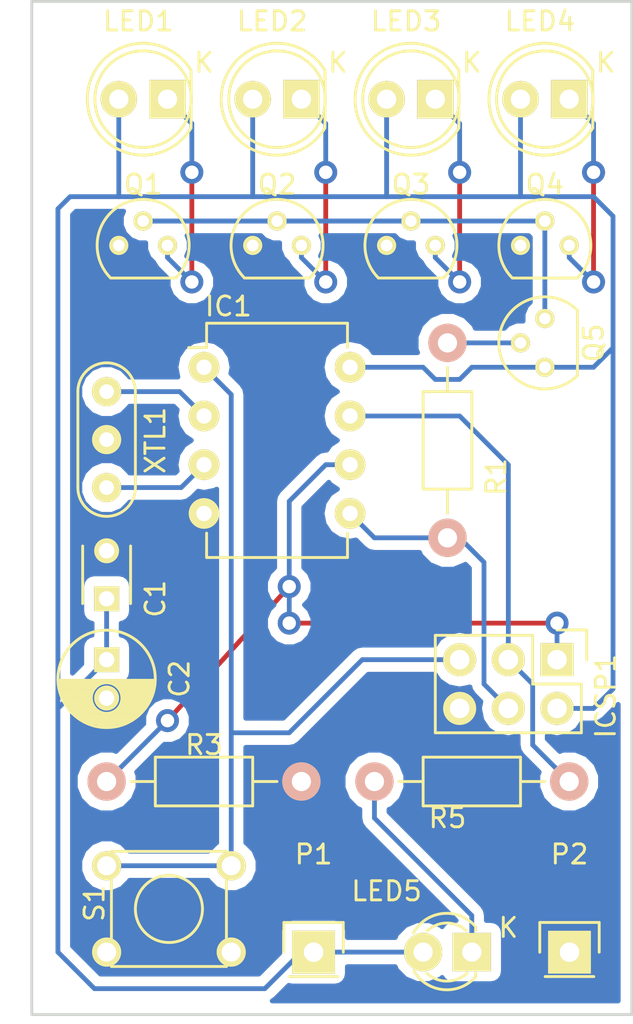
<source format=kicad_pcb>
(kicad_pcb (version 4) (host pcbnew 4.0.2-stable)

  (general
    (links 43)
    (no_connects 0)
    (area 150.324999 69.124999 181.775001 122.075001)
    (thickness 1.6)
    (drawings 11)
    (tracks 102)
    (zones 0)
    (modules 21)
    (nets 16)
  )

  (page A4)
  (layers
    (0 F.Cu signal)
    (31 B.Cu signal)
    (32 B.Adhes user)
    (33 F.Adhes user)
    (34 B.Paste user)
    (35 F.Paste user)
    (36 B.SilkS user)
    (37 F.SilkS user)
    (38 B.Mask user)
    (39 F.Mask user)
    (40 Dwgs.User user)
    (41 Cmts.User user)
    (42 Eco1.User user)
    (43 Eco2.User user)
    (44 Edge.Cuts user)
    (45 Margin user)
    (46 B.CrtYd user)
    (47 F.CrtYd user)
    (48 B.Fab user)
    (49 F.Fab user)
  )

  (setup
    (last_trace_width 0.25)
    (trace_clearance 0.2)
    (zone_clearance 0.508)
    (zone_45_only yes)
    (trace_min 0.2)
    (segment_width 0.2)
    (edge_width 0.15)
    (via_size 1.2)
    (via_drill 0.7)
    (via_min_size 0.4)
    (via_min_drill 0.3)
    (uvia_size 0.3)
    (uvia_drill 0.1)
    (uvias_allowed no)
    (uvia_min_size 0.2)
    (uvia_min_drill 0.1)
    (pcb_text_width 0.3)
    (pcb_text_size 1.5 1.5)
    (mod_edge_width 0.15)
    (mod_text_size 1 1)
    (mod_text_width 0.15)
    (pad_size 1.524 1.524)
    (pad_drill 0.762)
    (pad_to_mask_clearance 0.2)
    (aux_axis_origin 0 0)
    (visible_elements 7FFEFFFF)
    (pcbplotparams
      (layerselection 0x00000_80000000)
      (usegerberextensions false)
      (excludeedgelayer true)
      (linewidth 0.100000)
      (plotframeref false)
      (viasonmask false)
      (mode 1)
      (useauxorigin false)
      (hpglpennumber 1)
      (hpglpenspeed 20)
      (hpglpendiameter 15)
      (hpglpenoverlay 2)
      (psnegative false)
      (psa4output false)
      (plotreference true)
      (plotvalue true)
      (plotinvisibletext false)
      (padsonsilk false)
      (subtractmaskfromsilk false)
      (outputformat 1)
      (mirror false)
      (drillshape 0)
      (scaleselection 1)
      (outputdirectory gerber/))
  )

  (net 0 "")
  (net 1 VCC)
  (net 2 GND)
  (net 3 PB5)
  (net 4 PB3)
  (net 5 PB4)
  (net 6 PB0)
  (net 7 PB1)
  (net 8 PB2)
  (net 9 "Net-(LED1-Pad1)")
  (net 10 "Net-(LED2-Pad1)")
  (net 11 "Net-(LED3-Pad1)")
  (net 12 "Net-(LED4-Pad1)")
  (net 13 "Net-(LED5-Pad1)")
  (net 14 4xQ)
  (net 15 "Net-(Q5-Pad2)")

  (net_class Default "This is the default net class."
    (clearance 0.2)
    (trace_width 0.25)
    (via_dia 1.2)
    (via_drill 0.7)
    (uvia_dia 0.3)
    (uvia_drill 0.1)
    (add_net 4xQ)
    (add_net GND)
    (add_net "Net-(LED1-Pad1)")
    (add_net "Net-(LED2-Pad1)")
    (add_net "Net-(LED3-Pad1)")
    (add_net "Net-(LED4-Pad1)")
    (add_net "Net-(LED5-Pad1)")
    (add_net "Net-(Q5-Pad2)")
    (add_net PB0)
    (add_net PB1)
    (add_net PB2)
    (add_net PB3)
    (add_net PB4)
    (add_net PB5)
    (add_net VCC)
  )

  (module Capacitors_ThroughHole:C_Disc_D3_P2.5 (layer F.Cu) (tedit 57594A84) (tstamp 57584DD7)
    (at 154.305 100.33 90)
    (descr "Capacitor 3mm Disc, Pitch 2.5mm")
    (tags Capacitor)
    (path /5757FD29)
    (fp_text reference C1 (at 0 2.54 90) (layer F.SilkS)
      (effects (font (size 1 1) (thickness 0.15)))
    )
    (fp_text value 0.1uF (at 1.25 2.5 90) (layer F.Fab)
      (effects (font (size 1 1) (thickness 0.15)))
    )
    (fp_line (start -0.9 -1.5) (end 3.4 -1.5) (layer F.CrtYd) (width 0.05))
    (fp_line (start 3.4 -1.5) (end 3.4 1.5) (layer F.CrtYd) (width 0.05))
    (fp_line (start 3.4 1.5) (end -0.9 1.5) (layer F.CrtYd) (width 0.05))
    (fp_line (start -0.9 1.5) (end -0.9 -1.5) (layer F.CrtYd) (width 0.05))
    (fp_line (start -0.25 -1.25) (end 2.75 -1.25) (layer F.SilkS) (width 0.15))
    (fp_line (start 2.75 1.25) (end -0.25 1.25) (layer F.SilkS) (width 0.15))
    (pad 1 thru_hole rect (at 0 0 90) (size 1.3 1.3) (drill 0.8) (layers *.Cu *.Mask F.SilkS)
      (net 1 VCC))
    (pad 2 thru_hole circle (at 2.5 0 90) (size 1.3 1.3) (drill 0.8001) (layers *.Cu *.Mask F.SilkS)
      (net 2 GND))
    (model Capacitors_ThroughHole.3dshapes/C_Disc_D3_P2.5.wrl
      (at (xyz 0.0492126 0 0))
      (scale (xyz 1 1 1))
      (rotate (xyz 0 0 0))
    )
  )

  (module Capacitors_ThroughHole:C_Radial_D5_L11_P2 (layer F.Cu) (tedit 0) (tstamp 57584DDD)
    (at 154.305 103.505 270)
    (descr "Radial Electrolytic Capacitor 5mm x Length 11mm, Pitch 2mm")
    (tags "Electrolytic Capacitor")
    (path /5757FCDE)
    (fp_text reference C2 (at 1 -3.8 270) (layer F.SilkS)
      (effects (font (size 1 1) (thickness 0.15)))
    )
    (fp_text value ">=220uF, >=6.3V" (at 1 3.8 270) (layer F.Fab)
      (effects (font (size 1 1) (thickness 0.15)))
    )
    (fp_line (start 1.075 -2.499) (end 1.075 2.499) (layer F.SilkS) (width 0.15))
    (fp_line (start 1.215 -2.491) (end 1.215 -0.154) (layer F.SilkS) (width 0.15))
    (fp_line (start 1.215 0.154) (end 1.215 2.491) (layer F.SilkS) (width 0.15))
    (fp_line (start 1.355 -2.475) (end 1.355 -0.473) (layer F.SilkS) (width 0.15))
    (fp_line (start 1.355 0.473) (end 1.355 2.475) (layer F.SilkS) (width 0.15))
    (fp_line (start 1.495 -2.451) (end 1.495 -0.62) (layer F.SilkS) (width 0.15))
    (fp_line (start 1.495 0.62) (end 1.495 2.451) (layer F.SilkS) (width 0.15))
    (fp_line (start 1.635 -2.418) (end 1.635 -0.712) (layer F.SilkS) (width 0.15))
    (fp_line (start 1.635 0.712) (end 1.635 2.418) (layer F.SilkS) (width 0.15))
    (fp_line (start 1.775 -2.377) (end 1.775 -0.768) (layer F.SilkS) (width 0.15))
    (fp_line (start 1.775 0.768) (end 1.775 2.377) (layer F.SilkS) (width 0.15))
    (fp_line (start 1.915 -2.327) (end 1.915 -0.795) (layer F.SilkS) (width 0.15))
    (fp_line (start 1.915 0.795) (end 1.915 2.327) (layer F.SilkS) (width 0.15))
    (fp_line (start 2.055 -2.266) (end 2.055 -0.798) (layer F.SilkS) (width 0.15))
    (fp_line (start 2.055 0.798) (end 2.055 2.266) (layer F.SilkS) (width 0.15))
    (fp_line (start 2.195 -2.196) (end 2.195 -0.776) (layer F.SilkS) (width 0.15))
    (fp_line (start 2.195 0.776) (end 2.195 2.196) (layer F.SilkS) (width 0.15))
    (fp_line (start 2.335 -2.114) (end 2.335 -0.726) (layer F.SilkS) (width 0.15))
    (fp_line (start 2.335 0.726) (end 2.335 2.114) (layer F.SilkS) (width 0.15))
    (fp_line (start 2.475 -2.019) (end 2.475 -0.644) (layer F.SilkS) (width 0.15))
    (fp_line (start 2.475 0.644) (end 2.475 2.019) (layer F.SilkS) (width 0.15))
    (fp_line (start 2.615 -1.908) (end 2.615 -0.512) (layer F.SilkS) (width 0.15))
    (fp_line (start 2.615 0.512) (end 2.615 1.908) (layer F.SilkS) (width 0.15))
    (fp_line (start 2.755 -1.78) (end 2.755 -0.265) (layer F.SilkS) (width 0.15))
    (fp_line (start 2.755 0.265) (end 2.755 1.78) (layer F.SilkS) (width 0.15))
    (fp_line (start 2.895 -1.631) (end 2.895 1.631) (layer F.SilkS) (width 0.15))
    (fp_line (start 3.035 -1.452) (end 3.035 1.452) (layer F.SilkS) (width 0.15))
    (fp_line (start 3.175 -1.233) (end 3.175 1.233) (layer F.SilkS) (width 0.15))
    (fp_line (start 3.315 -0.944) (end 3.315 0.944) (layer F.SilkS) (width 0.15))
    (fp_line (start 3.455 -0.472) (end 3.455 0.472) (layer F.SilkS) (width 0.15))
    (fp_circle (center 2 0) (end 2 -0.8) (layer F.SilkS) (width 0.15))
    (fp_circle (center 1 0) (end 1 -2.5375) (layer F.SilkS) (width 0.15))
    (fp_circle (center 1 0) (end 1 -2.8) (layer F.CrtYd) (width 0.05))
    (pad 1 thru_hole rect (at 0 0 270) (size 1.3 1.3) (drill 0.8) (layers *.Cu *.Mask F.SilkS)
      (net 1 VCC))
    (pad 2 thru_hole circle (at 2 0 270) (size 1.3 1.3) (drill 0.8) (layers *.Cu *.Mask F.SilkS)
      (net 2 GND))
    (model Capacitors_ThroughHole.3dshapes/C_Radial_D5_L11_P2.wrl
      (at (xyz 0 0 0))
      (scale (xyz 1 1 1))
      (rotate (xyz 0 0 0))
    )
  )

  (module Housings_DIP:DIP-8_W7.62mm (layer F.Cu) (tedit 57594A7F) (tstamp 57584DE9)
    (at 159.385 88.265)
    (descr "8-lead dip package, row spacing 7.62 mm (300 mils)")
    (tags "dil dip 2.54 300")
    (path /5757DE52)
    (fp_text reference IC1 (at 1.27 -3.175) (layer F.SilkS)
      (effects (font (size 1 1) (thickness 0.15)))
    )
    (fp_text value ~ (at 0 -3.72) (layer F.Fab)
      (effects (font (size 1 1) (thickness 0.15)))
    )
    (fp_line (start -1.05 -2.45) (end -1.05 10.1) (layer F.CrtYd) (width 0.05))
    (fp_line (start 8.65 -2.45) (end 8.65 10.1) (layer F.CrtYd) (width 0.05))
    (fp_line (start -1.05 -2.45) (end 8.65 -2.45) (layer F.CrtYd) (width 0.05))
    (fp_line (start -1.05 10.1) (end 8.65 10.1) (layer F.CrtYd) (width 0.05))
    (fp_line (start 0.135 -2.295) (end 0.135 -1.025) (layer F.SilkS) (width 0.15))
    (fp_line (start 7.485 -2.295) (end 7.485 -1.025) (layer F.SilkS) (width 0.15))
    (fp_line (start 7.485 9.915) (end 7.485 8.645) (layer F.SilkS) (width 0.15))
    (fp_line (start 0.135 9.915) (end 0.135 8.645) (layer F.SilkS) (width 0.15))
    (fp_line (start 0.135 -2.295) (end 7.485 -2.295) (layer F.SilkS) (width 0.15))
    (fp_line (start 0.135 9.915) (end 7.485 9.915) (layer F.SilkS) (width 0.15))
    (fp_line (start 0.135 -1.025) (end -0.8 -1.025) (layer F.SilkS) (width 0.15))
    (pad 1 thru_hole oval (at 0 0) (size 1.6 1.6) (drill 0.8) (layers *.Cu *.Mask F.SilkS)
      (net 3 PB5))
    (pad 2 thru_hole oval (at 0 2.54) (size 1.6 1.6) (drill 0.8) (layers *.Cu *.Mask F.SilkS)
      (net 4 PB3))
    (pad 3 thru_hole oval (at 0 5.08) (size 1.6 1.6) (drill 0.8) (layers *.Cu *.Mask F.SilkS)
      (net 5 PB4))
    (pad 4 thru_hole oval (at 0 7.62) (size 1.6 1.6) (drill 0.8) (layers *.Cu *.Mask F.SilkS)
      (net 2 GND))
    (pad 5 thru_hole oval (at 7.62 7.62) (size 1.6 1.6) (drill 0.8) (layers *.Cu *.Mask F.SilkS)
      (net 6 PB0))
    (pad 6 thru_hole oval (at 7.62 5.08) (size 1.6 1.6) (drill 0.8) (layers *.Cu *.Mask F.SilkS)
      (net 7 PB1))
    (pad 7 thru_hole oval (at 7.62 2.54) (size 1.6 1.6) (drill 0.8) (layers *.Cu *.Mask F.SilkS)
      (net 8 PB2))
    (pad 8 thru_hole oval (at 7.62 0) (size 1.6 1.6) (drill 0.8) (layers *.Cu *.Mask F.SilkS)
      (net 1 VCC))
    (model Housings_DIP.3dshapes/DIP-8_W7.62mm.wrl
      (at (xyz 0 0 0))
      (scale (xyz 1 1 1))
      (rotate (xyz 0 0 0))
    )
  )

  (module LEDs:LED-5MM (layer F.Cu) (tedit 57594A01) (tstamp 57584DEF)
    (at 157.48 74.295 180)
    (descr "LED 5mm round vertical")
    (tags "LED 5mm round vertical")
    (path /57582165)
    (fp_text reference LED1 (at 1.524 4.064 180) (layer F.SilkS)
      (effects (font (size 1 1) (thickness 0.15)))
    )
    (fp_text value ~ (at 8.255 -10.795 180) (layer F.Fab)
      (effects (font (size 1 1) (thickness 0.15)))
    )
    (fp_line (start -1.5 -1.55) (end -1.5 1.55) (layer F.CrtYd) (width 0.05))
    (fp_arc (start 1.3 0) (end -1.5 1.55) (angle -302) (layer F.CrtYd) (width 0.05))
    (fp_arc (start 1.27 0) (end -1.23 -1.5) (angle 297.5) (layer F.SilkS) (width 0.15))
    (fp_line (start -1.23 1.5) (end -1.23 -1.5) (layer F.SilkS) (width 0.15))
    (fp_circle (center 1.27 0) (end 0.97 -2.5) (layer F.SilkS) (width 0.15))
    (fp_text user K (at -1.905 1.905 180) (layer F.SilkS)
      (effects (font (size 1 1) (thickness 0.15)))
    )
    (pad 1 thru_hole rect (at 0 0 270) (size 2 1.9) (drill 1.00076) (layers *.Cu *.Mask F.SilkS)
      (net 9 "Net-(LED1-Pad1)"))
    (pad 2 thru_hole circle (at 2.54 0 180) (size 1.9 1.9) (drill 1.00076) (layers *.Cu *.Mask F.SilkS)
      (net 1 VCC))
    (model LEDs.3dshapes/LED-5MM.wrl
      (at (xyz 0.05 0 0))
      (scale (xyz 1 1 1))
      (rotate (xyz 0 0 90))
    )
  )

  (module LEDs:LED-5MM (layer F.Cu) (tedit 5570F7EA) (tstamp 57584DF5)
    (at 164.465 74.295 180)
    (descr "LED 5mm round vertical")
    (tags "LED 5mm round vertical")
    (path /575824DC)
    (fp_text reference LED2 (at 1.524 4.064 180) (layer F.SilkS)
      (effects (font (size 1 1) (thickness 0.15)))
    )
    (fp_text value ~ (at 1.524 -3.937 180) (layer F.Fab)
      (effects (font (size 1 1) (thickness 0.15)))
    )
    (fp_line (start -1.5 -1.55) (end -1.5 1.55) (layer F.CrtYd) (width 0.05))
    (fp_arc (start 1.3 0) (end -1.5 1.55) (angle -302) (layer F.CrtYd) (width 0.05))
    (fp_arc (start 1.27 0) (end -1.23 -1.5) (angle 297.5) (layer F.SilkS) (width 0.15))
    (fp_line (start -1.23 1.5) (end -1.23 -1.5) (layer F.SilkS) (width 0.15))
    (fp_circle (center 1.27 0) (end 0.97 -2.5) (layer F.SilkS) (width 0.15))
    (fp_text user K (at -1.905 1.905 180) (layer F.SilkS)
      (effects (font (size 1 1) (thickness 0.15)))
    )
    (pad 1 thru_hole rect (at 0 0 270) (size 2 1.9) (drill 1.00076) (layers *.Cu *.Mask F.SilkS)
      (net 10 "Net-(LED2-Pad1)"))
    (pad 2 thru_hole circle (at 2.54 0 180) (size 1.9 1.9) (drill 1.00076) (layers *.Cu *.Mask F.SilkS)
      (net 1 VCC))
    (model LEDs.3dshapes/LED-5MM.wrl
      (at (xyz 0.05 0 0))
      (scale (xyz 1 1 1))
      (rotate (xyz 0 0 90))
    )
  )

  (module LEDs:LED-5MM (layer F.Cu) (tedit 5570F7EA) (tstamp 57584DFB)
    (at 171.45 74.295 180)
    (descr "LED 5mm round vertical")
    (tags "LED 5mm round vertical")
    (path /575825CB)
    (fp_text reference LED3 (at 1.524 4.064 180) (layer F.SilkS)
      (effects (font (size 1 1) (thickness 0.15)))
    )
    (fp_text value ~ (at 1.524 -3.937 180) (layer F.Fab)
      (effects (font (size 1 1) (thickness 0.15)))
    )
    (fp_line (start -1.5 -1.55) (end -1.5 1.55) (layer F.CrtYd) (width 0.05))
    (fp_arc (start 1.3 0) (end -1.5 1.55) (angle -302) (layer F.CrtYd) (width 0.05))
    (fp_arc (start 1.27 0) (end -1.23 -1.5) (angle 297.5) (layer F.SilkS) (width 0.15))
    (fp_line (start -1.23 1.5) (end -1.23 -1.5) (layer F.SilkS) (width 0.15))
    (fp_circle (center 1.27 0) (end 0.97 -2.5) (layer F.SilkS) (width 0.15))
    (fp_text user K (at -1.905 1.905 180) (layer F.SilkS)
      (effects (font (size 1 1) (thickness 0.15)))
    )
    (pad 1 thru_hole rect (at 0 0 270) (size 2 1.9) (drill 1.00076) (layers *.Cu *.Mask F.SilkS)
      (net 11 "Net-(LED3-Pad1)"))
    (pad 2 thru_hole circle (at 2.54 0 180) (size 1.9 1.9) (drill 1.00076) (layers *.Cu *.Mask F.SilkS)
      (net 1 VCC))
    (model LEDs.3dshapes/LED-5MM.wrl
      (at (xyz 0.05 0 0))
      (scale (xyz 1 1 1))
      (rotate (xyz 0 0 90))
    )
  )

  (module LEDs:LED-5MM (layer F.Cu) (tedit 5570F7EA) (tstamp 57584E01)
    (at 178.435 74.295 180)
    (descr "LED 5mm round vertical")
    (tags "LED 5mm round vertical")
    (path /57581A41)
    (fp_text reference LED4 (at 1.524 4.064 180) (layer F.SilkS)
      (effects (font (size 1 1) (thickness 0.15)))
    )
    (fp_text value ~ (at 1.524 -3.937 180) (layer F.Fab)
      (effects (font (size 1 1) (thickness 0.15)))
    )
    (fp_line (start -1.5 -1.55) (end -1.5 1.55) (layer F.CrtYd) (width 0.05))
    (fp_arc (start 1.3 0) (end -1.5 1.55) (angle -302) (layer F.CrtYd) (width 0.05))
    (fp_arc (start 1.27 0) (end -1.23 -1.5) (angle 297.5) (layer F.SilkS) (width 0.15))
    (fp_line (start -1.23 1.5) (end -1.23 -1.5) (layer F.SilkS) (width 0.15))
    (fp_circle (center 1.27 0) (end 0.97 -2.5) (layer F.SilkS) (width 0.15))
    (fp_text user K (at -1.905 1.905 180) (layer F.SilkS)
      (effects (font (size 1 1) (thickness 0.15)))
    )
    (pad 1 thru_hole rect (at 0 0 270) (size 2 1.9) (drill 1.00076) (layers *.Cu *.Mask F.SilkS)
      (net 12 "Net-(LED4-Pad1)"))
    (pad 2 thru_hole circle (at 2.54 0 180) (size 1.9 1.9) (drill 1.00076) (layers *.Cu *.Mask F.SilkS)
      (net 1 VCC))
    (model LEDs.3dshapes/LED-5MM.wrl
      (at (xyz 0.05 0 0))
      (scale (xyz 1 1 1))
      (rotate (xyz 0 0 90))
    )
  )

  (module LEDs:LED-3MM (layer F.Cu) (tedit 57594ACD) (tstamp 57584E07)
    (at 173.355 118.745 180)
    (descr "LED 3mm round vertical")
    (tags "LED  3mm round vertical")
    (path /57583B30)
    (fp_text reference LED5 (at 4.445 3.175 180) (layer F.SilkS)
      (effects (font (size 1 1) (thickness 0.15)))
    )
    (fp_text value "Green 3mm" (at 1.3 -2.9 180) (layer F.Fab)
      (effects (font (size 1 1) (thickness 0.15)))
    )
    (fp_line (start -1.2 2.3) (end 3.8 2.3) (layer F.CrtYd) (width 0.05))
    (fp_line (start 3.8 2.3) (end 3.8 -2.2) (layer F.CrtYd) (width 0.05))
    (fp_line (start 3.8 -2.2) (end -1.2 -2.2) (layer F.CrtYd) (width 0.05))
    (fp_line (start -1.2 -2.2) (end -1.2 2.3) (layer F.CrtYd) (width 0.05))
    (fp_line (start -0.199 1.314) (end -0.199 1.114) (layer F.SilkS) (width 0.15))
    (fp_line (start -0.199 -1.28) (end -0.199 -1.1) (layer F.SilkS) (width 0.15))
    (fp_arc (start 1.301 0.034) (end -0.199 -1.286) (angle 108.5) (layer F.SilkS) (width 0.15))
    (fp_arc (start 1.301 0.034) (end 0.25 -1.1) (angle 85.7) (layer F.SilkS) (width 0.15))
    (fp_arc (start 1.311 0.034) (end 3.051 0.994) (angle 110) (layer F.SilkS) (width 0.15))
    (fp_arc (start 1.301 0.034) (end 2.335 1.094) (angle 87.5) (layer F.SilkS) (width 0.15))
    (fp_text user K (at -1.905 1.27 180) (layer F.SilkS)
      (effects (font (size 1 1) (thickness 0.15)))
    )
    (pad 1 thru_hole rect (at 0 0 270) (size 2 2) (drill 1.00076) (layers *.Cu *.Mask F.SilkS)
      (net 13 "Net-(LED5-Pad1)"))
    (pad 2 thru_hole circle (at 2.54 0 180) (size 2 2) (drill 1.00076) (layers *.Cu *.Mask F.SilkS)
      (net 1 VCC))
    (model LEDs.3dshapes/LED-3MM.wrl
      (at (xyz 0.05 0 0))
      (scale (xyz 1 1 1))
      (rotate (xyz 0 0 90))
    )
  )

  (module TO_SOT_Packages_THT:TO-92_Molded_Narrow (layer F.Cu) (tedit 57594A75) (tstamp 57584E0E)
    (at 154.94 81.915)
    (descr "TO-92 leads molded, narrow, drill 0.6mm (see NXP sot054_po.pdf)")
    (tags "to-92 sc-43 sc-43a sot54 PA33 transistor")
    (path /5758215F)
    (fp_text reference Q1 (at 1.27 -3.175) (layer F.SilkS)
      (effects (font (size 1 1) (thickness 0.15)))
    )
    (fp_text value ~ (at 0 3) (layer F.Fab)
      (effects (font (size 1 1) (thickness 0.15)))
    )
    (fp_line (start -1.4 1.95) (end -1.4 -2.65) (layer F.CrtYd) (width 0.05))
    (fp_line (start -1.4 1.95) (end 3.9 1.95) (layer F.CrtYd) (width 0.05))
    (fp_line (start -0.43 1.7) (end 2.97 1.7) (layer F.SilkS) (width 0.15))
    (fp_arc (start 1.27 0) (end 1.27 -2.4) (angle -135) (layer F.SilkS) (width 0.15))
    (fp_arc (start 1.27 0) (end 1.27 -2.4) (angle 135) (layer F.SilkS) (width 0.15))
    (fp_line (start -1.4 -2.65) (end 3.9 -2.65) (layer F.CrtYd) (width 0.05))
    (fp_line (start 3.9 1.95) (end 3.9 -2.65) (layer F.CrtYd) (width 0.05))
    (pad 2 thru_hole circle (at 1.27 -1.27 90) (size 1.00076 1.00076) (drill 0.6) (layers *.Cu *.Mask F.SilkS)
      (net 14 4xQ))
    (pad 3 thru_hole circle (at 2.54 0 90) (size 1.00076 1.00076) (drill 0.6) (layers *.Cu *.Mask F.SilkS)
      (net 9 "Net-(LED1-Pad1)"))
    (pad 1 thru_hole circle (at 0 0 90) (size 1.00076 1.00076) (drill 0.6) (layers *.Cu *.Mask F.SilkS)
      (net 2 GND))
    (model TO_SOT_Packages_THT.3dshapes/TO-92_Molded_Narrow.wrl
      (at (xyz 0.05 0 0))
      (scale (xyz 1 1 1))
      (rotate (xyz 0 0 -90))
    )
  )

  (module TO_SOT_Packages_THT:TO-92_Molded_Narrow (layer F.Cu) (tedit 57594A73) (tstamp 57584E15)
    (at 161.925 81.915)
    (descr "TO-92 leads molded, narrow, drill 0.6mm (see NXP sot054_po.pdf)")
    (tags "to-92 sc-43 sc-43a sot54 PA33 transistor")
    (path /575824D6)
    (fp_text reference Q2 (at 1.27 -3.175) (layer F.SilkS)
      (effects (font (size 1 1) (thickness 0.15)))
    )
    (fp_text value ~ (at 0 3) (layer F.Fab)
      (effects (font (size 1 1) (thickness 0.15)))
    )
    (fp_line (start -1.4 1.95) (end -1.4 -2.65) (layer F.CrtYd) (width 0.05))
    (fp_line (start -1.4 1.95) (end 3.9 1.95) (layer F.CrtYd) (width 0.05))
    (fp_line (start -0.43 1.7) (end 2.97 1.7) (layer F.SilkS) (width 0.15))
    (fp_arc (start 1.27 0) (end 1.27 -2.4) (angle -135) (layer F.SilkS) (width 0.15))
    (fp_arc (start 1.27 0) (end 1.27 -2.4) (angle 135) (layer F.SilkS) (width 0.15))
    (fp_line (start -1.4 -2.65) (end 3.9 -2.65) (layer F.CrtYd) (width 0.05))
    (fp_line (start 3.9 1.95) (end 3.9 -2.65) (layer F.CrtYd) (width 0.05))
    (pad 2 thru_hole circle (at 1.27 -1.27 90) (size 1.00076 1.00076) (drill 0.6) (layers *.Cu *.Mask F.SilkS)
      (net 14 4xQ))
    (pad 3 thru_hole circle (at 2.54 0 90) (size 1.00076 1.00076) (drill 0.6) (layers *.Cu *.Mask F.SilkS)
      (net 10 "Net-(LED2-Pad1)"))
    (pad 1 thru_hole circle (at 0 0 90) (size 1.00076 1.00076) (drill 0.6) (layers *.Cu *.Mask F.SilkS)
      (net 2 GND))
    (model TO_SOT_Packages_THT.3dshapes/TO-92_Molded_Narrow.wrl
      (at (xyz 0.05 0 0))
      (scale (xyz 1 1 1))
      (rotate (xyz 0 0 -90))
    )
  )

  (module TO_SOT_Packages_THT:TO-92_Molded_Narrow (layer F.Cu) (tedit 57594A71) (tstamp 57584E1C)
    (at 168.91 81.915)
    (descr "TO-92 leads molded, narrow, drill 0.6mm (see NXP sot054_po.pdf)")
    (tags "to-92 sc-43 sc-43a sot54 PA33 transistor")
    (path /575825C5)
    (fp_text reference Q3 (at 1.27 -3.175) (layer F.SilkS)
      (effects (font (size 1 1) (thickness 0.15)))
    )
    (fp_text value ~ (at 0 3) (layer F.Fab)
      (effects (font (size 1 1) (thickness 0.15)))
    )
    (fp_line (start -1.4 1.95) (end -1.4 -2.65) (layer F.CrtYd) (width 0.05))
    (fp_line (start -1.4 1.95) (end 3.9 1.95) (layer F.CrtYd) (width 0.05))
    (fp_line (start -0.43 1.7) (end 2.97 1.7) (layer F.SilkS) (width 0.15))
    (fp_arc (start 1.27 0) (end 1.27 -2.4) (angle -135) (layer F.SilkS) (width 0.15))
    (fp_arc (start 1.27 0) (end 1.27 -2.4) (angle 135) (layer F.SilkS) (width 0.15))
    (fp_line (start -1.4 -2.65) (end 3.9 -2.65) (layer F.CrtYd) (width 0.05))
    (fp_line (start 3.9 1.95) (end 3.9 -2.65) (layer F.CrtYd) (width 0.05))
    (pad 2 thru_hole circle (at 1.27 -1.27 90) (size 1.00076 1.00076) (drill 0.6) (layers *.Cu *.Mask F.SilkS)
      (net 14 4xQ))
    (pad 3 thru_hole circle (at 2.54 0 90) (size 1.00076 1.00076) (drill 0.6) (layers *.Cu *.Mask F.SilkS)
      (net 11 "Net-(LED3-Pad1)"))
    (pad 1 thru_hole circle (at 0 0 90) (size 1.00076 1.00076) (drill 0.6) (layers *.Cu *.Mask F.SilkS)
      (net 2 GND))
    (model TO_SOT_Packages_THT.3dshapes/TO-92_Molded_Narrow.wrl
      (at (xyz 0.05 0 0))
      (scale (xyz 1 1 1))
      (rotate (xyz 0 0 -90))
    )
  )

  (module TO_SOT_Packages_THT:TO-92_Molded_Narrow (layer F.Cu) (tedit 57594A6E) (tstamp 57584E23)
    (at 175.895 81.915)
    (descr "TO-92 leads molded, narrow, drill 0.6mm (see NXP sot054_po.pdf)")
    (tags "to-92 sc-43 sc-43a sot54 PA33 transistor")
    (path /575819B0)
    (fp_text reference Q4 (at 1.27 -3.175) (layer F.SilkS)
      (effects (font (size 1 1) (thickness 0.15)))
    )
    (fp_text value ~ (at 0 3) (layer F.Fab)
      (effects (font (size 1 1) (thickness 0.15)))
    )
    (fp_line (start -1.4 1.95) (end -1.4 -2.65) (layer F.CrtYd) (width 0.05))
    (fp_line (start -1.4 1.95) (end 3.9 1.95) (layer F.CrtYd) (width 0.05))
    (fp_line (start -0.43 1.7) (end 2.97 1.7) (layer F.SilkS) (width 0.15))
    (fp_arc (start 1.27 0) (end 1.27 -2.4) (angle -135) (layer F.SilkS) (width 0.15))
    (fp_arc (start 1.27 0) (end 1.27 -2.4) (angle 135) (layer F.SilkS) (width 0.15))
    (fp_line (start -1.4 -2.65) (end 3.9 -2.65) (layer F.CrtYd) (width 0.05))
    (fp_line (start 3.9 1.95) (end 3.9 -2.65) (layer F.CrtYd) (width 0.05))
    (pad 2 thru_hole circle (at 1.27 -1.27 90) (size 1.00076 1.00076) (drill 0.6) (layers *.Cu *.Mask F.SilkS)
      (net 14 4xQ))
    (pad 3 thru_hole circle (at 2.54 0 90) (size 1.00076 1.00076) (drill 0.6) (layers *.Cu *.Mask F.SilkS)
      (net 12 "Net-(LED4-Pad1)"))
    (pad 1 thru_hole circle (at 0 0 90) (size 1.00076 1.00076) (drill 0.6) (layers *.Cu *.Mask F.SilkS)
      (net 2 GND))
    (model TO_SOT_Packages_THT.3dshapes/TO-92_Molded_Narrow.wrl
      (at (xyz 0.05 0 0))
      (scale (xyz 1 1 1))
      (rotate (xyz 0 0 -90))
    )
  )

  (module TO_SOT_Packages_THT:TO-92_Molded_Narrow (layer F.Cu) (tedit 57594A6B) (tstamp 57584E2A)
    (at 177.165 88.265 90)
    (descr "TO-92 leads molded, narrow, drill 0.6mm (see NXP sot054_po.pdf)")
    (tags "to-92 sc-43 sc-43a sot54 PA33 transistor")
    (path /57580AE2)
    (fp_text reference Q5 (at 1.27 2.54 90) (layer F.SilkS)
      (effects (font (size 1 1) (thickness 0.15)))
    )
    (fp_text value ~ (at 0 3 90) (layer F.Fab)
      (effects (font (size 1 1) (thickness 0.15)))
    )
    (fp_line (start -1.4 1.95) (end -1.4 -2.65) (layer F.CrtYd) (width 0.05))
    (fp_line (start -1.4 1.95) (end 3.9 1.95) (layer F.CrtYd) (width 0.05))
    (fp_line (start -0.43 1.7) (end 2.97 1.7) (layer F.SilkS) (width 0.15))
    (fp_arc (start 1.27 0) (end 1.27 -2.4) (angle -135) (layer F.SilkS) (width 0.15))
    (fp_arc (start 1.27 0) (end 1.27 -2.4) (angle 135) (layer F.SilkS) (width 0.15))
    (fp_line (start -1.4 -2.65) (end 3.9 -2.65) (layer F.CrtYd) (width 0.05))
    (fp_line (start 3.9 1.95) (end 3.9 -2.65) (layer F.CrtYd) (width 0.05))
    (pad 2 thru_hole circle (at 1.27 -1.27 180) (size 1.00076 1.00076) (drill 0.6) (layers *.Cu *.Mask F.SilkS)
      (net 15 "Net-(Q5-Pad2)"))
    (pad 3 thru_hole circle (at 2.54 0 180) (size 1.00076 1.00076) (drill 0.6) (layers *.Cu *.Mask F.SilkS)
      (net 14 4xQ))
    (pad 1 thru_hole circle (at 0 0 180) (size 1.00076 1.00076) (drill 0.6) (layers *.Cu *.Mask F.SilkS)
      (net 1 VCC))
    (model TO_SOT_Packages_THT.3dshapes/TO-92_Molded_Narrow.wrl
      (at (xyz 0.05 0 0))
      (scale (xyz 1 1 1))
      (rotate (xyz 0 0 -90))
    )
  )

  (module Resistors_ThroughHole:Resistor_Horizontal_RM10mm (layer F.Cu) (tedit 57594A66) (tstamp 57584E30)
    (at 172.085 86.995 270)
    (descr "Resistor, Axial,  RM 10mm, 1/3W")
    (tags "Resistor Axial RM 10mm 1/3W")
    (path /5758072A)
    (fp_text reference R1 (at 6.985 -2.54 270) (layer F.SilkS)
      (effects (font (size 1 1) (thickness 0.15)))
    )
    (fp_text value "1K, 1/4W 5%" (at 5.08 3.81 270) (layer F.Fab)
      (effects (font (size 1 1) (thickness 0.15)))
    )
    (fp_line (start -1.25 -1.5) (end 11.4 -1.5) (layer F.CrtYd) (width 0.05))
    (fp_line (start -1.25 1.5) (end -1.25 -1.5) (layer F.CrtYd) (width 0.05))
    (fp_line (start 11.4 -1.5) (end 11.4 1.5) (layer F.CrtYd) (width 0.05))
    (fp_line (start -1.25 1.5) (end 11.4 1.5) (layer F.CrtYd) (width 0.05))
    (fp_line (start 2.54 -1.27) (end 7.62 -1.27) (layer F.SilkS) (width 0.15))
    (fp_line (start 7.62 -1.27) (end 7.62 1.27) (layer F.SilkS) (width 0.15))
    (fp_line (start 7.62 1.27) (end 2.54 1.27) (layer F.SilkS) (width 0.15))
    (fp_line (start 2.54 1.27) (end 2.54 -1.27) (layer F.SilkS) (width 0.15))
    (fp_line (start 2.54 0) (end 1.27 0) (layer F.SilkS) (width 0.15))
    (fp_line (start 7.62 0) (end 8.89 0) (layer F.SilkS) (width 0.15))
    (pad 1 thru_hole circle (at 0 0 270) (size 1.99898 1.99898) (drill 1.00076) (layers *.Cu *.SilkS *.Mask)
      (net 15 "Net-(Q5-Pad2)"))
    (pad 2 thru_hole circle (at 10.16 0 270) (size 1.99898 1.99898) (drill 1.00076) (layers *.Cu *.SilkS *.Mask)
      (net 6 PB0))
    (model Resistors_ThroughHole.3dshapes/Resistor_Horizontal_RM10mm.wrl
      (at (xyz 0.2 0 0))
      (scale (xyz 0.4 0.4 0.4))
      (rotate (xyz 0 0 0))
    )
  )

  (module Resistors_ThroughHole:Resistor_Horizontal_RM10mm (layer F.Cu) (tedit 57594A99) (tstamp 57584E36)
    (at 164.465 109.855 180)
    (descr "Resistor, Axial,  RM 10mm, 1/3W")
    (tags "Resistor Axial RM 10mm 1/3W")
    (path /5758897B)
    (fp_text reference R3 (at 5.08 1.905 180) (layer F.SilkS)
      (effects (font (size 1 1) (thickness 0.15)))
    )
    (fp_text value "10K, 1/4 5%" (at 5.08 3.81 180) (layer F.Fab)
      (effects (font (size 1 1) (thickness 0.15)))
    )
    (fp_line (start -1.25 -1.5) (end 11.4 -1.5) (layer F.CrtYd) (width 0.05))
    (fp_line (start -1.25 1.5) (end -1.25 -1.5) (layer F.CrtYd) (width 0.05))
    (fp_line (start 11.4 -1.5) (end 11.4 1.5) (layer F.CrtYd) (width 0.05))
    (fp_line (start -1.25 1.5) (end 11.4 1.5) (layer F.CrtYd) (width 0.05))
    (fp_line (start 2.54 -1.27) (end 7.62 -1.27) (layer F.SilkS) (width 0.15))
    (fp_line (start 7.62 -1.27) (end 7.62 1.27) (layer F.SilkS) (width 0.15))
    (fp_line (start 7.62 1.27) (end 2.54 1.27) (layer F.SilkS) (width 0.15))
    (fp_line (start 2.54 1.27) (end 2.54 -1.27) (layer F.SilkS) (width 0.15))
    (fp_line (start 2.54 0) (end 1.27 0) (layer F.SilkS) (width 0.15))
    (fp_line (start 7.62 0) (end 8.89 0) (layer F.SilkS) (width 0.15))
    (pad 1 thru_hole circle (at 0 0 180) (size 1.99898 1.99898) (drill 1.00076) (layers *.Cu *.SilkS *.Mask)
      (net 2 GND))
    (pad 2 thru_hole circle (at 10.16 0 180) (size 1.99898 1.99898) (drill 1.00076) (layers *.Cu *.SilkS *.Mask)
      (net 7 PB1))
    (model Resistors_ThroughHole.3dshapes/Resistor_Horizontal_RM10mm.wrl
      (at (xyz 0.2 0 0))
      (scale (xyz 0.4 0.4 0.4))
      (rotate (xyz 0 0 0))
    )
  )

  (module Resistors_ThroughHole:Resistor_Horizontal_RM10mm (layer F.Cu) (tedit 57594ABB) (tstamp 57584E3C)
    (at 168.275 109.855)
    (descr "Resistor, Axial,  RM 10mm, 1/3W")
    (tags "Resistor Axial RM 10mm 1/3W")
    (path /57583A9E)
    (fp_text reference R5 (at 3.81 1.905) (layer F.SilkS)
      (effects (font (size 1 1) (thickness 0.15)))
    )
    (fp_text value "1K, 1/4W 5%" (at 5.08 3.81) (layer F.Fab)
      (effects (font (size 1 1) (thickness 0.15)))
    )
    (fp_line (start -1.25 -1.5) (end 11.4 -1.5) (layer F.CrtYd) (width 0.05))
    (fp_line (start -1.25 1.5) (end -1.25 -1.5) (layer F.CrtYd) (width 0.05))
    (fp_line (start 11.4 -1.5) (end 11.4 1.5) (layer F.CrtYd) (width 0.05))
    (fp_line (start -1.25 1.5) (end 11.4 1.5) (layer F.CrtYd) (width 0.05))
    (fp_line (start 2.54 -1.27) (end 7.62 -1.27) (layer F.SilkS) (width 0.15))
    (fp_line (start 7.62 -1.27) (end 7.62 1.27) (layer F.SilkS) (width 0.15))
    (fp_line (start 7.62 1.27) (end 2.54 1.27) (layer F.SilkS) (width 0.15))
    (fp_line (start 2.54 1.27) (end 2.54 -1.27) (layer F.SilkS) (width 0.15))
    (fp_line (start 2.54 0) (end 1.27 0) (layer F.SilkS) (width 0.15))
    (fp_line (start 7.62 0) (end 8.89 0) (layer F.SilkS) (width 0.15))
    (pad 1 thru_hole circle (at 0 0) (size 1.99898 1.99898) (drill 1.00076) (layers *.Cu *.SilkS *.Mask)
      (net 13 "Net-(LED5-Pad1)"))
    (pad 2 thru_hole circle (at 10.16 0) (size 1.99898 1.99898) (drill 1.00076) (layers *.Cu *.SilkS *.Mask)
      (net 8 PB2))
    (model Resistors_ThroughHole.3dshapes/Resistor_Horizontal_RM10mm.wrl
      (at (xyz 0.2 0 0))
      (scale (xyz 0.4 0.4 0.4))
      (rotate (xyz 0 0 0))
    )
  )

  (module Pin_Headers:Pin_Header_Straight_2x03 (layer F.Cu) (tedit 57594ABF) (tstamp 57585274)
    (at 177.8 103.505 270)
    (descr "Through hole pin header")
    (tags "pin header")
    (path /5757F402)
    (fp_text reference ICSP1 (at 1.905 -2.54 270) (layer F.SilkS)
      (effects (font (size 1 1) (thickness 0.15)))
    )
    (fp_text value ~ (at 0 -3.1 270) (layer F.Fab)
      (effects (font (size 1 1) (thickness 0.15)))
    )
    (fp_line (start -1.27 1.27) (end -1.27 6.35) (layer F.SilkS) (width 0.15))
    (fp_line (start -1.55 -1.55) (end 0 -1.55) (layer F.SilkS) (width 0.15))
    (fp_line (start -1.75 -1.75) (end -1.75 6.85) (layer F.CrtYd) (width 0.05))
    (fp_line (start 4.3 -1.75) (end 4.3 6.85) (layer F.CrtYd) (width 0.05))
    (fp_line (start -1.75 -1.75) (end 4.3 -1.75) (layer F.CrtYd) (width 0.05))
    (fp_line (start -1.75 6.85) (end 4.3 6.85) (layer F.CrtYd) (width 0.05))
    (fp_line (start 1.27 -1.27) (end 1.27 1.27) (layer F.SilkS) (width 0.15))
    (fp_line (start 1.27 1.27) (end -1.27 1.27) (layer F.SilkS) (width 0.15))
    (fp_line (start -1.27 6.35) (end 3.81 6.35) (layer F.SilkS) (width 0.15))
    (fp_line (start 3.81 6.35) (end 3.81 1.27) (layer F.SilkS) (width 0.15))
    (fp_line (start -1.55 -1.55) (end -1.55 0) (layer F.SilkS) (width 0.15))
    (fp_line (start 3.81 -1.27) (end 1.27 -1.27) (layer F.SilkS) (width 0.15))
    (fp_line (start 3.81 1.27) (end 3.81 -1.27) (layer F.SilkS) (width 0.15))
    (pad 1 thru_hole rect (at 0 0 270) (size 1.7272 1.7272) (drill 1.016) (layers *.Cu *.Mask F.SilkS)
      (net 7 PB1))
    (pad 2 thru_hole oval (at 2.54 0 270) (size 1.7272 1.7272) (drill 1.016) (layers *.Cu *.Mask F.SilkS)
      (net 1 VCC))
    (pad 3 thru_hole oval (at 0 2.54 270) (size 1.7272 1.7272) (drill 1.016) (layers *.Cu *.Mask F.SilkS)
      (net 8 PB2))
    (pad 4 thru_hole oval (at 2.54 2.54 270) (size 1.7272 1.7272) (drill 1.016) (layers *.Cu *.Mask F.SilkS)
      (net 6 PB0))
    (pad 5 thru_hole oval (at 0 5.08 270) (size 1.7272 1.7272) (drill 1.016) (layers *.Cu *.Mask F.SilkS)
      (net 3 PB5))
    (pad 6 thru_hole oval (at 2.54 5.08 270) (size 1.7272 1.7272) (drill 1.016) (layers *.Cu *.Mask F.SilkS)
      (net 2 GND))
    (model Pin_Headers.3dshapes/Pin_Header_Straight_2x03.wrl
      (at (xyz 0.05 -0.1 0))
      (scale (xyz 1 1 1))
      (rotate (xyz 0 0 90))
    )
  )

  (module tvbgone_footprints:TE-Connectivity-Alcoswitch-Switches_1825910-6 (layer F.Cu) (tedit 57594A9C) (tstamp 57585E22)
    (at 154.305 118.745 90)
    (path /5758C564)
    (fp_text reference S1 (at 2.54 -0.635 90) (layer F.SilkS)
      (effects (font (size 1 1) (thickness 0.15)))
    )
    (fp_text value 6mm (at 2.25 8.5 90) (layer F.Fab)
      (effects (font (size 1 1) (thickness 0.15)))
    )
    (fp_line (start -0.75 0.25) (end -0.75 6.25) (layer F.SilkS) (width 0.15))
    (fp_line (start -0.75 6.25) (end 5.25 6.25) (layer F.SilkS) (width 0.15))
    (fp_line (start 5.25 6.25) (end 5.25 0.25) (layer F.SilkS) (width 0.15))
    (fp_line (start 5.25 0.25) (end -0.75 0.25) (layer F.SilkS) (width 0.15))
    (fp_circle (center 2.25 3.25) (end 4 3.25) (layer F.SilkS) (width 0.15))
    (pad 4 thru_hole circle (at 0 6.5 180) (size 1.524 1.524) (drill 0.99) (layers *.Cu *.Mask F.SilkS)
      (net 2 GND))
    (pad 2 thru_hole circle (at 4.5 6.5 180) (size 1.524 1.524) (drill 0.99) (layers *.Cu *.Mask F.SilkS)
      (net 3 PB5))
    (pad 3 thru_hole circle (at 0 0 180) (size 1.524 1.524) (drill 0.99) (layers *.Cu *.Mask F.SilkS)
      (net 2 GND))
    (pad 1 thru_hole circle (at 4.5 0 180) (size 1.524 1.524) (drill 0.99) (layers *.Cu *.Mask F.SilkS)
      (net 3 PB5))
  )

  (module tvbgone_footprints:Murata-Electronics-North-America_CSTLS8M00G53-B0 (layer F.Cu) (tedit 57594A88) (tstamp 57585E29)
    (at 154.305 89.535 270)
    (path /5757F25F)
    (fp_text reference XTL1 (at 2.54 -2.54 270) (layer F.SilkS)
      (effects (font (size 1 1) (thickness 0.15)))
    )
    (fp_text value 8MHz (at 2.25 2.75 270) (layer F.Fab)
      (effects (font (size 1 1) (thickness 0.15)))
    )
    (fp_line (start 0 1.5) (end 5 1.5) (layer F.SilkS) (width 0.15))
    (fp_line (start 5 -1.5) (end 0 -1.5) (layer F.SilkS) (width 0.15))
    (fp_arc (start 5 0) (end 6.5 0) (angle 90) (layer F.SilkS) (width 0.15))
    (fp_arc (start 5 0) (end 5 -1.5) (angle 90) (layer F.SilkS) (width 0.15))
    (fp_arc (start 0 0) (end 0 1.5) (angle 90) (layer F.SilkS) (width 0.15))
    (fp_arc (start 0 0) (end -1.5 0) (angle 90) (layer F.SilkS) (width 0.15))
    (pad 3 thru_hole circle (at 5 0 270) (size 1.524 1.524) (drill 0.762) (layers *.Cu *.Mask F.SilkS)
      (net 5 PB4))
    (pad 2 thru_hole circle (at 2.5 0 270) (size 1.524 1.524) (drill 0.762) (layers *.Cu *.Mask F.SilkS)
      (net 2 GND))
    (pad 1 thru_hole circle (at 0 0 270) (size 1.524 1.524) (drill 0.762) (layers *.Cu *.Mask F.SilkS)
      (net 4 PB3))
  )

  (module Pin_Headers:Pin_Header_Straight_1x01 (layer F.Cu) (tedit 54EA08DC) (tstamp 575AFC63)
    (at 165.1 118.75)
    (descr "Through hole pin header")
    (tags "pin header")
    (path /5757F872)
    (fp_text reference P1 (at 0 -5.1) (layer F.SilkS)
      (effects (font (size 1 1) (thickness 0.15)))
    )
    (fp_text value ~ (at 0 -3.1) (layer F.Fab)
      (effects (font (size 1 1) (thickness 0.15)))
    )
    (fp_line (start 1.55 -1.55) (end 1.55 0) (layer F.SilkS) (width 0.15))
    (fp_line (start -1.75 -1.75) (end -1.75 1.75) (layer F.CrtYd) (width 0.05))
    (fp_line (start 1.75 -1.75) (end 1.75 1.75) (layer F.CrtYd) (width 0.05))
    (fp_line (start -1.75 -1.75) (end 1.75 -1.75) (layer F.CrtYd) (width 0.05))
    (fp_line (start -1.75 1.75) (end 1.75 1.75) (layer F.CrtYd) (width 0.05))
    (fp_line (start -1.55 0) (end -1.55 -1.55) (layer F.SilkS) (width 0.15))
    (fp_line (start -1.55 -1.55) (end 1.55 -1.55) (layer F.SilkS) (width 0.15))
    (fp_line (start -1.27 1.27) (end 1.27 1.27) (layer F.SilkS) (width 0.15))
    (pad 1 thru_hole rect (at 0 0) (size 2.2352 2.2352) (drill 1.016) (layers *.Cu *.Mask F.SilkS)
      (net 1 VCC))
    (model Pin_Headers.3dshapes/Pin_Header_Straight_1x01.wrl
      (at (xyz 0 0 0))
      (scale (xyz 1 1 1))
      (rotate (xyz 0 0 90))
    )
  )

  (module Pin_Headers:Pin_Header_Straight_1x01 (layer F.Cu) (tedit 54EA08DC) (tstamp 575AFC68)
    (at 178.45 118.75)
    (descr "Through hole pin header")
    (tags "pin header")
    (path /5757F8D2)
    (fp_text reference P2 (at 0 -5.1) (layer F.SilkS)
      (effects (font (size 1 1) (thickness 0.15)))
    )
    (fp_text value ~ (at 0 -3.1) (layer F.Fab)
      (effects (font (size 1 1) (thickness 0.15)))
    )
    (fp_line (start 1.55 -1.55) (end 1.55 0) (layer F.SilkS) (width 0.15))
    (fp_line (start -1.75 -1.75) (end -1.75 1.75) (layer F.CrtYd) (width 0.05))
    (fp_line (start 1.75 -1.75) (end 1.75 1.75) (layer F.CrtYd) (width 0.05))
    (fp_line (start -1.75 -1.75) (end 1.75 -1.75) (layer F.CrtYd) (width 0.05))
    (fp_line (start -1.75 1.75) (end 1.75 1.75) (layer F.CrtYd) (width 0.05))
    (fp_line (start -1.55 0) (end -1.55 -1.55) (layer F.SilkS) (width 0.15))
    (fp_line (start -1.55 -1.55) (end 1.55 -1.55) (layer F.SilkS) (width 0.15))
    (fp_line (start -1.27 1.27) (end 1.27 1.27) (layer F.SilkS) (width 0.15))
    (pad 1 thru_hole rect (at 0 0) (size 2.2352 2.2352) (drill 1.016) (layers *.Cu *.Mask F.SilkS)
      (net 2 GND))
    (model Pin_Headers.3dshapes/Pin_Header_Straight_1x01.wrl
      (at (xyz 0 0 0))
      (scale (xyz 1 1 1))
      (rotate (xyz 0 0 90))
    )
  )

  (gr_arc (start 178.054 96.774) (end 178.816 96.012) (angle 90) (layer Dwgs.User) (width 0.2))
  (gr_arc (start 178.054 96.774) (end 178.816 97.536) (angle 90) (layer Dwgs.User) (width 0.2))
  (gr_arc (start 178.054 96.774) (end 177.292 97.536) (angle 90) (layer Dwgs.User) (width 0.2))
  (gr_line (start 178.054 96.774) (end 177.292 96.012) (angle 90) (layer Dwgs.User) (width 0.2))
  (gr_line (start 178.816 96.012) (end 178.054 96.774) (angle 90) (layer Dwgs.User) (width 0.2))
  (gr_line (start 178.054 96.774) (end 178.816 96.012) (angle 90) (layer Dwgs.User) (width 0.2))
  (gr_text GS (at 177.927 94.361 270) (layer Dwgs.User)
    (effects (font (size 1.5 1.5) (thickness 0.3)) (justify mirror))
  )
  (gr_line (start 150.4 69.2) (end 181.7 69.2) (angle 90) (layer Edge.Cuts) (width 0.15))
  (gr_line (start 150.4 69.2) (end 150.4 122) (angle 90) (layer Edge.Cuts) (width 0.15))
  (gr_line (start 181.7 122) (end 181.7 69.2) (angle 90) (layer Edge.Cuts) (width 0.15))
  (gr_line (start 150.4 122) (end 181.7 122) (angle 90) (layer Edge.Cuts) (width 0.15))

  (segment (start 152.4 79.375) (end 151.765 80.01) (width 0.25) (layer B.Cu) (net 1))
  (segment (start 180.721 87.249) (end 180.721 105.029) (width 0.25) (layer B.Cu) (net 1))
  (segment (start 179.705 106.045) (end 177.8 106.045) (width 0.25) (layer B.Cu) (net 1) (tstamp 57592B55))
  (segment (start 180.721 105.029) (end 179.705 106.045) (width 0.25) (layer B.Cu) (net 1) (tstamp 57592B50))
  (segment (start 170.815 118.745) (end 170.815 119.38) (width 0.25) (layer B.Cu) (net 1))
  (segment (start 177.165 88.265) (end 173.355 88.265) (width 0.25) (layer B.Cu) (net 1))
  (segment (start 170.815 88.265) (end 167.005 88.265) (width 0.25) (layer B.Cu) (net 1) (tstamp 57592902))
  (segment (start 171.45 88.9) (end 170.815 88.265) (width 0.25) (layer B.Cu) (net 1) (tstamp 57592900))
  (segment (start 172.72 88.9) (end 171.45 88.9) (width 0.25) (layer B.Cu) (net 1) (tstamp 575928FF))
  (segment (start 173.355 88.265) (end 172.72 88.9) (width 0.25) (layer B.Cu) (net 1) (tstamp 575928F2))
  (segment (start 175.895 79.375) (end 179.705 79.375) (width 0.25) (layer B.Cu) (net 1))
  (segment (start 179.705 88.265) (end 177.165 88.265) (width 0.25) (layer B.Cu) (net 1) (tstamp 575928ED))
  (segment (start 180.721 87.249) (end 179.705 88.265) (width 0.25) (layer B.Cu) (net 1) (tstamp 575928EB))
  (segment (start 180.721 80.391) (end 180.721 87.249) (width 0.25) (layer B.Cu) (net 1) (tstamp 575928E9))
  (segment (start 179.705 79.375) (end 180.721 80.391) (width 0.25) (layer B.Cu) (net 1) (tstamp 575928E6))
  (segment (start 154.94 79.375) (end 154.94 74.295) (width 0.25) (layer B.Cu) (net 1))
  (segment (start 161.925 79.375) (end 161.925 74.295) (width 0.25) (layer B.Cu) (net 1))
  (segment (start 168.91 79.375) (end 168.91 74.295) (width 0.25) (layer B.Cu) (net 1))
  (segment (start 151.765 106.045) (end 151.765 80.01) (width 0.25) (layer B.Cu) (net 1))
  (segment (start 175.895 79.375) (end 175.895 74.295) (width 0.25) (layer B.Cu) (net 1) (tstamp 5759287C))
  (segment (start 152.4 79.375) (end 154.94 79.375) (width 0.25) (layer B.Cu) (net 1) (tstamp 57593661))
  (segment (start 154.94 79.375) (end 161.925 79.375) (width 0.25) (layer B.Cu) (net 1) (tstamp 5759289B))
  (segment (start 161.925 79.375) (end 168.91 79.375) (width 0.25) (layer B.Cu) (net 1) (tstamp 57592897))
  (segment (start 168.91 79.375) (end 175.895 79.375) (width 0.25) (layer B.Cu) (net 1) (tstamp 5759288F))
  (segment (start 154.305 103.505) (end 154.305 100.33) (width 0.25) (layer B.Cu) (net 1))
  (segment (start 165.1 118.745) (end 164.465 118.745) (width 0.25) (layer B.Cu) (net 1))
  (segment (start 164.465 118.745) (end 162.56 120.65) (width 0.25) (layer B.Cu) (net 1) (tstamp 57592830))
  (segment (start 151.765 106.045) (end 154.305 103.505) (width 0.25) (layer B.Cu) (net 1) (tstamp 57592842))
  (segment (start 151.765 118.745) (end 151.765 106.045) (width 0.25) (layer B.Cu) (net 1) (tstamp 5759283B))
  (segment (start 153.67 120.65) (end 151.765 118.745) (width 0.25) (layer B.Cu) (net 1) (tstamp 57592839))
  (segment (start 162.56 120.65) (end 153.67 120.65) (width 0.25) (layer B.Cu) (net 1) (tstamp 57592835))
  (segment (start 170.815 118.745) (end 165.1 118.745) (width 0.25) (layer B.Cu) (net 1) (status 10))
  (segment (start 160.805 107.315) (end 163.83 107.315) (width 0.25) (layer B.Cu) (net 3))
  (segment (start 167.64 103.505) (end 172.72 103.505) (width 0.25) (layer B.Cu) (net 3) (tstamp 5759295F))
  (segment (start 163.83 107.315) (end 167.64 103.505) (width 0.25) (layer B.Cu) (net 3) (tstamp 57592957))
  (segment (start 160.805 114.245) (end 160.805 107.315) (width 0.25) (layer B.Cu) (net 3))
  (segment (start 160.805 107.315) (end 160.805 89.685) (width 0.25) (layer B.Cu) (net 3) (tstamp 57592955))
  (segment (start 160.805 89.685) (end 159.385 88.265) (width 0.25) (layer B.Cu) (net 3) (tstamp 57592802))
  (segment (start 154.305 114.245) (end 160.655 114.245) (width 0.25) (layer B.Cu) (net 3))
  (segment (start 154.305 89.535) (end 158.115 89.535) (width 0.25) (layer B.Cu) (net 4))
  (segment (start 158.115 89.535) (end 159.385 90.805) (width 0.25) (layer B.Cu) (net 4) (tstamp 575927A8))
  (segment (start 154.305 94.535) (end 158.195 94.535) (width 0.25) (layer B.Cu) (net 5))
  (segment (start 158.195 94.535) (end 159.385 93.345) (width 0.25) (layer B.Cu) (net 5) (tstamp 575927AC))
  (segment (start 175.26 106.045) (end 173.99 104.775) (width 0.25) (layer B.Cu) (net 6))
  (segment (start 173.99 98.425) (end 172.72 97.155) (width 0.25) (layer B.Cu) (net 6) (tstamp 5759298E))
  (segment (start 173.99 104.775) (end 173.99 98.425) (width 0.25) (layer B.Cu) (net 6) (tstamp 57592986))
  (segment (start 172.72 97.155) (end 168.275 97.155) (width 0.25) (layer B.Cu) (net 6) (tstamp 57592991))
  (segment (start 168.275 97.155) (end 167.005 95.885) (width 0.25) (layer B.Cu) (net 6) (tstamp 57592992))
  (segment (start 163.83 99.695) (end 163.83 101.6) (width 0.25) (layer B.Cu) (net 7))
  (segment (start 177.8 101.6) (end 177.8 103.505) (width 0.25) (layer B.Cu) (net 7) (tstamp 575929F6))
  (via (at 177.8 101.6) (size 1.2) (drill 0.7) (layers F.Cu B.Cu) (net 7))
  (segment (start 163.83 101.6) (end 177.8 101.6) (width 0.25) (layer F.Cu) (net 7) (tstamp 575929F3))
  (via (at 163.83 101.6) (size 1.2) (drill 0.7) (layers F.Cu B.Cu) (net 7))
  (segment (start 154.305 109.855) (end 157.48 106.68) (width 0.25) (layer B.Cu) (net 7))
  (segment (start 165.735 93.345) (end 167.005 93.345) (width 0.25) (layer B.Cu) (net 7) (tstamp 5759281F))
  (segment (start 163.83 95.25) (end 165.735 93.345) (width 0.25) (layer B.Cu) (net 7) (tstamp 5759281B))
  (segment (start 163.83 99.695) (end 163.83 95.25) (width 0.25) (layer B.Cu) (net 7) (tstamp 5759281A))
  (via (at 163.83 99.695) (size 1.2) (drill 0.7) (layers F.Cu B.Cu) (net 7))
  (segment (start 157.48 106.68) (end 163.83 99.695) (width 0.25) (layer F.Cu) (net 7) (tstamp 57592813))
  (via (at 157.48 106.68) (size 1.2) (drill 0.7) (layers F.Cu B.Cu) (net 7))
  (segment (start 178.435 109.855) (end 176.53 107.95) (width 0.25) (layer B.Cu) (net 8))
  (segment (start 176.53 104.775) (end 175.26 103.505) (width 0.25) (layer B.Cu) (net 8) (tstamp 575929C5))
  (segment (start 176.53 107.95) (end 176.53 104.775) (width 0.25) (layer B.Cu) (net 8) (tstamp 575929BE))
  (segment (start 175.26 103.505) (end 175.26 93.345) (width 0.25) (layer B.Cu) (net 8))
  (segment (start 172.72 90.805) (end 167.005 90.805) (width 0.25) (layer B.Cu) (net 8) (tstamp 575929A8))
  (segment (start 175.26 93.345) (end 172.72 90.805) (width 0.25) (layer B.Cu) (net 8) (tstamp 5759299F))
  (segment (start 157.48 81.915) (end 157.48 82.55) (width 0.25) (layer B.Cu) (net 9))
  (segment (start 158.75 75.565) (end 157.48 74.295) (width 0.25) (layer B.Cu) (net 9) (tstamp 575927A5))
  (segment (start 158.75 78.105) (end 158.75 75.565) (width 0.25) (layer B.Cu) (net 9) (tstamp 575927A4))
  (via (at 158.75 78.105) (size 1.2) (drill 0.7) (layers F.Cu B.Cu) (net 9))
  (segment (start 158.75 83.82) (end 158.75 78.105) (width 0.25) (layer F.Cu) (net 9) (tstamp 575927A1))
  (via (at 158.75 83.82) (size 1.2) (drill 0.7) (layers F.Cu B.Cu) (net 9))
  (segment (start 157.48 82.55) (end 158.75 83.82) (width 0.25) (layer B.Cu) (net 9) (tstamp 5759279E))
  (segment (start 164.465 81.915) (end 164.465 82.55) (width 0.25) (layer B.Cu) (net 10))
  (segment (start 165.735 75.565) (end 164.465 74.295) (width 0.25) (layer B.Cu) (net 10) (tstamp 5759279B))
  (segment (start 165.735 78.105) (end 165.735 75.565) (width 0.25) (layer B.Cu) (net 10) (tstamp 5759279A))
  (via (at 165.735 78.105) (size 1.2) (drill 0.7) (layers F.Cu B.Cu) (net 10))
  (segment (start 165.735 83.82) (end 165.735 78.105) (width 0.25) (layer F.Cu) (net 10) (tstamp 57592797))
  (via (at 165.735 83.82) (size 1.2) (drill 0.7) (layers F.Cu B.Cu) (net 10))
  (segment (start 164.465 82.55) (end 165.735 83.82) (width 0.25) (layer B.Cu) (net 10) (tstamp 57592795))
  (segment (start 171.45 81.915) (end 171.45 82.55) (width 0.25) (layer B.Cu) (net 11))
  (segment (start 172.72 75.565) (end 171.45 74.295) (width 0.25) (layer B.Cu) (net 11) (tstamp 57592788))
  (segment (start 172.72 78.105) (end 172.72 75.565) (width 0.25) (layer B.Cu) (net 11) (tstamp 57592787))
  (via (at 172.72 78.105) (size 1.2) (drill 0.7) (layers F.Cu B.Cu) (net 11))
  (segment (start 172.72 83.82) (end 172.72 78.105) (width 0.25) (layer F.Cu) (net 11) (tstamp 57592784))
  (via (at 172.72 83.82) (size 1.2) (drill 0.7) (layers F.Cu B.Cu) (net 11))
  (segment (start 171.45 82.55) (end 172.72 83.82) (width 0.25) (layer B.Cu) (net 11) (tstamp 57592781))
  (segment (start 178.435 81.915) (end 178.435 82.55) (width 0.25) (layer B.Cu) (net 12))
  (segment (start 179.705 75.565) (end 178.435 74.295) (width 0.25) (layer B.Cu) (net 12) (tstamp 57592792))
  (segment (start 179.705 78.105) (end 179.705 75.565) (width 0.25) (layer B.Cu) (net 12) (tstamp 57592791))
  (via (at 179.705 78.105) (size 1.2) (drill 0.7) (layers F.Cu B.Cu) (net 12))
  (segment (start 179.705 83.82) (end 179.705 78.105) (width 0.25) (layer F.Cu) (net 12) (tstamp 5759278E))
  (via (at 179.705 83.82) (size 1.2) (drill 0.7) (layers F.Cu B.Cu) (net 12))
  (segment (start 178.435 82.55) (end 179.705 83.82) (width 0.25) (layer B.Cu) (net 12) (tstamp 5759278B))
  (segment (start 173.355 118.745) (end 173.355 116.84) (width 0.25) (layer B.Cu) (net 13))
  (segment (start 168.275 111.76) (end 168.275 109.855) (width 0.25) (layer B.Cu) (net 13) (tstamp 575927D7))
  (segment (start 173.355 116.84) (end 168.275 111.76) (width 0.25) (layer B.Cu) (net 13) (tstamp 575927D3))
  (segment (start 156.21 80.645) (end 163.195 80.645) (width 0.25) (layer B.Cu) (net 14))
  (segment (start 170.18 80.645) (end 163.195 80.645) (width 0.25) (layer B.Cu) (net 14))
  (segment (start 177.165 80.645) (end 177.165 85.725) (width 0.25) (layer B.Cu) (net 14) (status 20))
  (segment (start 177.165 80.645) (end 156.21 80.645) (width 0.25) (layer B.Cu) (net 14) (status 20))
  (segment (start 175.895 86.995) (end 172.085 86.995) (width 0.25) (layer B.Cu) (net 15))

  (zone (net 2) (net_name GND) (layer B.Cu) (tstamp 576119E7) (hatch edge 0.508)
    (connect_pads yes (clearance 0.508))
    (min_thickness 0.254)
    (fill yes (arc_segments 16) (thermal_gap 0.508) (thermal_bridge_width 0.508))
    (polygon
      (pts
        (xy 181.6 121.9) (xy 150.5 121.9) (xy 150.5 69.3) (xy 181.6 69.3) (xy 181.6 121.9)
      )
    )
    (filled_polygon
      (pts
        (xy 155.074818 80.418168) (xy 155.074424 80.86985) (xy 155.246911 81.287301) (xy 155.566019 81.606967) (xy 155.983168 81.780182)
        (xy 156.344737 81.780497) (xy 156.344424 82.13985) (xy 156.516911 82.557301) (xy 156.772352 82.813189) (xy 156.777852 82.840839)
        (xy 156.942599 83.087401) (xy 157.515139 83.659941) (xy 157.514786 84.064579) (xy 157.702408 84.518657) (xy 158.049515 84.866371)
        (xy 158.503266 85.054785) (xy 158.994579 85.055214) (xy 159.448657 84.867592) (xy 159.796371 84.520485) (xy 159.984785 84.066734)
        (xy 159.985214 83.575421) (xy 159.797592 83.121343) (xy 159.450485 82.773629) (xy 158.996734 82.585215) (xy 158.589662 82.58486)
        (xy 158.477708 82.472906) (xy 158.615182 82.141832) (xy 158.615576 81.69015) (xy 158.497755 81.405) (xy 162.349405 81.405)
        (xy 162.551019 81.606967) (xy 162.968168 81.780182) (xy 163.329737 81.780497) (xy 163.329424 82.13985) (xy 163.501911 82.557301)
        (xy 163.757352 82.813189) (xy 163.762852 82.840839) (xy 163.927599 83.087401) (xy 164.500139 83.659941) (xy 164.499786 84.064579)
        (xy 164.687408 84.518657) (xy 165.034515 84.866371) (xy 165.488266 85.054785) (xy 165.979579 85.055214) (xy 166.433657 84.867592)
        (xy 166.781371 84.520485) (xy 166.969785 84.066734) (xy 166.970214 83.575421) (xy 166.782592 83.121343) (xy 166.435485 82.773629)
        (xy 165.981734 82.585215) (xy 165.574662 82.58486) (xy 165.462708 82.472906) (xy 165.600182 82.141832) (xy 165.600576 81.69015)
        (xy 165.482755 81.405) (xy 169.334405 81.405) (xy 169.536019 81.606967) (xy 169.953168 81.780182) (xy 170.314737 81.780497)
        (xy 170.314424 82.13985) (xy 170.486911 82.557301) (xy 170.742352 82.813189) (xy 170.747852 82.840839) (xy 170.912599 83.087401)
        (xy 171.485139 83.659941) (xy 171.484786 84.064579) (xy 171.672408 84.518657) (xy 172.019515 84.866371) (xy 172.473266 85.054785)
        (xy 172.964579 85.055214) (xy 173.418657 84.867592) (xy 173.766371 84.520485) (xy 173.954785 84.066734) (xy 173.955214 83.575421)
        (xy 173.767592 83.121343) (xy 173.420485 82.773629) (xy 172.966734 82.585215) (xy 172.559662 82.58486) (xy 172.447708 82.472906)
        (xy 172.585182 82.141832) (xy 172.585576 81.69015) (xy 172.467755 81.405) (xy 176.319405 81.405) (xy 176.405 81.490745)
        (xy 176.405 84.879405) (xy 176.203033 85.081019) (xy 176.029818 85.498168) (xy 176.029503 85.859737) (xy 175.67015 85.859424)
        (xy 175.252699 86.031911) (xy 175.049255 86.235) (xy 173.539496 86.235) (xy 173.471462 86.070345) (xy 173.012073 85.610154)
        (xy 172.411547 85.360794) (xy 171.761306 85.360226) (xy 171.160345 85.608538) (xy 170.700154 86.067927) (xy 170.450794 86.668453)
        (xy 170.450226 87.318694) (xy 170.527206 87.505) (xy 168.217995 87.505) (xy 168.047811 87.250302) (xy 167.582264 86.939233)
        (xy 167.033113 86.83) (xy 166.976887 86.83) (xy 166.427736 86.939233) (xy 165.962189 87.250302) (xy 165.65112 87.715849)
        (xy 165.541887 88.265) (xy 165.65112 88.814151) (xy 165.962189 89.279698) (xy 166.344275 89.535) (xy 165.962189 89.790302)
        (xy 165.65112 90.255849) (xy 165.541887 90.805) (xy 165.65112 91.354151) (xy 165.962189 91.819698) (xy 166.344275 92.075)
        (xy 165.962189 92.330302) (xy 165.792005 92.585) (xy 165.735 92.585) (xy 165.444161 92.642852) (xy 165.197599 92.807599)
        (xy 163.292599 94.712599) (xy 163.127852 94.959161) (xy 163.07 95.25) (xy 163.07 98.708644) (xy 162.783629 98.994515)
        (xy 162.595215 99.448266) (xy 162.594786 99.939579) (xy 162.782408 100.393657) (xy 163.035946 100.647638) (xy 162.783629 100.899515)
        (xy 162.595215 101.353266) (xy 162.594786 101.844579) (xy 162.782408 102.298657) (xy 163.129515 102.646371) (xy 163.583266 102.834785)
        (xy 164.074579 102.835214) (xy 164.528657 102.647592) (xy 164.876371 102.300485) (xy 165.064785 101.846734) (xy 165.065214 101.355421)
        (xy 164.877592 100.901343) (xy 164.624054 100.647362) (xy 164.876371 100.395485) (xy 165.064785 99.941734) (xy 165.065214 99.450421)
        (xy 164.877592 98.996343) (xy 164.59 98.708248) (xy 164.59 95.564802) (xy 165.895264 94.259538) (xy 165.962189 94.359698)
        (xy 166.344275 94.615) (xy 165.962189 94.870302) (xy 165.65112 95.335849) (xy 165.541887 95.885) (xy 165.65112 96.434151)
        (xy 165.962189 96.899698) (xy 166.427736 97.210767) (xy 166.976887 97.32) (xy 167.033113 97.32) (xy 167.310102 97.264904)
        (xy 167.737599 97.692401) (xy 167.98416 97.857148) (xy 168.275 97.915) (xy 170.630504 97.915) (xy 170.698538 98.079655)
        (xy 171.157927 98.539846) (xy 171.758453 98.789206) (xy 172.408694 98.789774) (xy 173.009655 98.541462) (xy 173.020667 98.530469)
        (xy 173.23 98.739802) (xy 173.23 102.078486) (xy 172.72 101.977041) (xy 172.146511 102.091115) (xy 171.66033 102.415971)
        (xy 171.44048 102.745) (xy 167.64 102.745) (xy 167.349161 102.802852) (xy 167.102599 102.967599) (xy 163.515198 106.555)
        (xy 161.565 106.555) (xy 161.565 89.685) (xy 161.507148 89.394161) (xy 161.507148 89.39416) (xy 161.342401 89.147599)
        (xy 160.783688 88.588886) (xy 160.848113 88.265) (xy 160.73888 87.715849) (xy 160.427811 87.250302) (xy 159.962264 86.939233)
        (xy 159.413113 86.83) (xy 159.356887 86.83) (xy 158.807736 86.939233) (xy 158.342189 87.250302) (xy 158.03112 87.715849)
        (xy 157.921887 88.265) (xy 158.023332 88.775) (xy 155.502531 88.775) (xy 155.49001 88.744697) (xy 155.09737 88.351371)
        (xy 154.5841 88.138243) (xy 154.028339 88.137758) (xy 153.514697 88.34999) (xy 153.121371 88.74263) (xy 152.908243 89.2559)
        (xy 152.907758 89.811661) (xy 153.11999 90.325303) (xy 153.51263 90.718629) (xy 154.0259 90.931757) (xy 154.581661 90.932242)
        (xy 155.095303 90.72001) (xy 155.488629 90.32737) (xy 155.50207 90.295) (xy 157.800198 90.295) (xy 157.986312 90.481114)
        (xy 157.921887 90.805) (xy 158.03112 91.354151) (xy 158.342189 91.819698) (xy 158.724275 92.075) (xy 158.342189 92.330302)
        (xy 158.03112 92.795849) (xy 157.921887 93.345) (xy 157.986312 93.668886) (xy 157.880198 93.775) (xy 155.502531 93.775)
        (xy 155.49001 93.744697) (xy 155.09737 93.351371) (xy 154.5841 93.138243) (xy 154.028339 93.137758) (xy 153.514697 93.34999)
        (xy 153.121371 93.74263) (xy 152.908243 94.2559) (xy 152.907758 94.811661) (xy 153.11999 95.325303) (xy 153.51263 95.718629)
        (xy 154.0259 95.931757) (xy 154.581661 95.932242) (xy 155.095303 95.72001) (xy 155.488629 95.32737) (xy 155.50207 95.295)
        (xy 158.195 95.295) (xy 158.485839 95.237148) (xy 158.732401 95.072401) (xy 159.079898 94.724904) (xy 159.356887 94.78)
        (xy 159.413113 94.78) (xy 159.962264 94.670767) (xy 160.045 94.615484) (xy 160.045 113.047469) (xy 160.014697 113.05999)
        (xy 159.621371 113.45263) (xy 159.60793 113.485) (xy 155.502531 113.485) (xy 155.49001 113.454697) (xy 155.09737 113.061371)
        (xy 154.5841 112.848243) (xy 154.028339 112.847758) (xy 153.514697 113.05999) (xy 153.121371 113.45263) (xy 152.908243 113.9659)
        (xy 152.907758 114.521661) (xy 153.11999 115.035303) (xy 153.51263 115.428629) (xy 154.0259 115.641757) (xy 154.581661 115.642242)
        (xy 155.095303 115.43001) (xy 155.488629 115.03737) (xy 155.50207 115.005) (xy 159.607469 115.005) (xy 159.61999 115.035303)
        (xy 160.01263 115.428629) (xy 160.5259 115.641757) (xy 161.081661 115.642242) (xy 161.595303 115.43001) (xy 161.988629 115.03737)
        (xy 162.201757 114.5241) (xy 162.202242 113.968339) (xy 161.99001 113.454697) (xy 161.59737 113.061371) (xy 161.565 113.04793)
        (xy 161.565 108.075) (xy 163.83 108.075) (xy 164.120839 108.017148) (xy 164.367401 107.852401) (xy 167.954802 104.265)
        (xy 171.44048 104.265) (xy 171.66033 104.594029) (xy 172.146511 104.918885) (xy 172.72 105.032959) (xy 173.259948 104.925557)
        (xy 173.287852 105.065839) (xy 173.452599 105.312401) (xy 173.826842 105.686644) (xy 173.7614 106.015641) (xy 173.7614 106.074359)
        (xy 173.875474 106.647848) (xy 174.20033 107.134029) (xy 174.686511 107.458885) (xy 175.26 107.572959) (xy 175.77 107.471514)
        (xy 175.77 107.95) (xy 175.827852 108.240839) (xy 175.992599 108.487401) (xy 176.869115 109.363917) (xy 176.800794 109.528453)
        (xy 176.800226 110.178694) (xy 177.048538 110.779655) (xy 177.507927 111.239846) (xy 178.108453 111.489206) (xy 178.758694 111.489774)
        (xy 179.359655 111.241462) (xy 179.819846 110.782073) (xy 180.069206 110.181547) (xy 180.069774 109.531306) (xy 179.821462 108.930345)
        (xy 179.362073 108.470154) (xy 178.761547 108.220794) (xy 178.111306 108.220226) (xy 177.944111 108.289309) (xy 177.29 107.635198)
        (xy 177.29 107.471514) (xy 177.8 107.572959) (xy 178.373489 107.458885) (xy 178.85967 107.134029) (xy 179.07952 106.805)
        (xy 179.705 106.805) (xy 179.995839 106.747148) (xy 180.242401 106.582401) (xy 180.99 105.834802) (xy 180.99 121.29)
        (xy 162.94385 121.29) (xy 163.097401 121.187401) (xy 163.805571 120.479231) (xy 163.9824 120.51504) (xy 166.2176 120.51504)
        (xy 166.452917 120.470762) (xy 166.669041 120.33169) (xy 166.814031 120.11949) (xy 166.86504 119.8676) (xy 166.86504 119.505)
        (xy 169.359953 119.505) (xy 169.428106 119.669943) (xy 169.887637 120.130278) (xy 170.488352 120.379716) (xy 171.138795 120.380284)
        (xy 171.739943 120.131894) (xy 171.806574 120.065379) (xy 171.89091 120.196441) (xy 172.10311 120.341431) (xy 172.355 120.39244)
        (xy 174.355 120.39244) (xy 174.590317 120.348162) (xy 174.806441 120.20909) (xy 174.951431 119.99689) (xy 175.00244 119.745)
        (xy 175.00244 117.745) (xy 174.958162 117.509683) (xy 174.81909 117.293559) (xy 174.60689 117.148569) (xy 174.355 117.09756)
        (xy 174.115 117.09756) (xy 174.115 116.84) (xy 174.057148 116.549161) (xy 173.892401 116.302599) (xy 169.035 111.445198)
        (xy 169.035 111.309496) (xy 169.199655 111.241462) (xy 169.659846 110.782073) (xy 169.909206 110.181547) (xy 169.909774 109.531306)
        (xy 169.661462 108.930345) (xy 169.202073 108.470154) (xy 168.601547 108.220794) (xy 167.951306 108.220226) (xy 167.350345 108.468538)
        (xy 166.890154 108.927927) (xy 166.640794 109.528453) (xy 166.640226 110.178694) (xy 166.888538 110.779655) (xy 167.347927 111.239846)
        (xy 167.515 111.309221) (xy 167.515 111.76) (xy 167.572852 112.050839) (xy 167.737599 112.297401) (xy 172.537758 117.09756)
        (xy 172.355 117.09756) (xy 172.119683 117.141838) (xy 171.903559 117.28091) (xy 171.80609 117.423561) (xy 171.742363 117.359722)
        (xy 171.141648 117.110284) (xy 170.491205 117.109716) (xy 169.890057 117.358106) (xy 169.429722 117.817637) (xy 169.360227 117.985)
        (xy 166.86504 117.985) (xy 166.86504 117.6324) (xy 166.820762 117.397083) (xy 166.68169 117.180959) (xy 166.46949 117.035969)
        (xy 166.2176 116.98496) (xy 163.9824 116.98496) (xy 163.747083 117.029238) (xy 163.530959 117.16831) (xy 163.385969 117.38051)
        (xy 163.33496 117.6324) (xy 163.33496 118.800238) (xy 162.245198 119.89) (xy 153.984802 119.89) (xy 152.525 118.430198)
        (xy 152.525 110.178694) (xy 152.670226 110.178694) (xy 152.918538 110.779655) (xy 153.377927 111.239846) (xy 153.978453 111.489206)
        (xy 154.628694 111.489774) (xy 155.229655 111.241462) (xy 155.689846 110.782073) (xy 155.939206 110.181547) (xy 155.939774 109.531306)
        (xy 155.870691 109.364111) (xy 157.319941 107.914861) (xy 157.724579 107.915214) (xy 158.178657 107.727592) (xy 158.526371 107.380485)
        (xy 158.714785 106.926734) (xy 158.715214 106.435421) (xy 158.527592 105.981343) (xy 158.180485 105.633629) (xy 157.726734 105.445215)
        (xy 157.235421 105.444786) (xy 156.781343 105.632408) (xy 156.433629 105.979515) (xy 156.245215 106.433266) (xy 156.24486 106.840338)
        (xy 154.796083 108.289115) (xy 154.631547 108.220794) (xy 153.981306 108.220226) (xy 153.380345 108.468538) (xy 152.920154 108.927927)
        (xy 152.670794 109.528453) (xy 152.670226 110.178694) (xy 152.525 110.178694) (xy 152.525 106.359802) (xy 154.082362 104.80244)
        (xy 154.955 104.80244) (xy 155.190317 104.758162) (xy 155.406441 104.61909) (xy 155.551431 104.40689) (xy 155.60244 104.155)
        (xy 155.60244 102.855) (xy 155.558162 102.619683) (xy 155.41909 102.403559) (xy 155.20689 102.258569) (xy 155.065 102.229836)
        (xy 155.065 101.606742) (xy 155.190317 101.583162) (xy 155.406441 101.44409) (xy 155.551431 101.23189) (xy 155.60244 100.98)
        (xy 155.60244 99.68) (xy 155.558162 99.444683) (xy 155.41909 99.228559) (xy 155.20689 99.083569) (xy 154.955 99.03256)
        (xy 153.655 99.03256) (xy 153.419683 99.076838) (xy 153.203559 99.21591) (xy 153.058569 99.42811) (xy 153.00756 99.68)
        (xy 153.00756 100.98) (xy 153.051838 101.215317) (xy 153.19091 101.431441) (xy 153.40311 101.576431) (xy 153.545 101.605164)
        (xy 153.545 102.228258) (xy 153.419683 102.251838) (xy 153.203559 102.39091) (xy 153.058569 102.60311) (xy 153.00756 102.855)
        (xy 153.00756 103.727638) (xy 152.525 104.210198) (xy 152.525 80.324802) (xy 152.714802 80.135) (xy 155.192399 80.135)
      )
    )
  )
)

</source>
